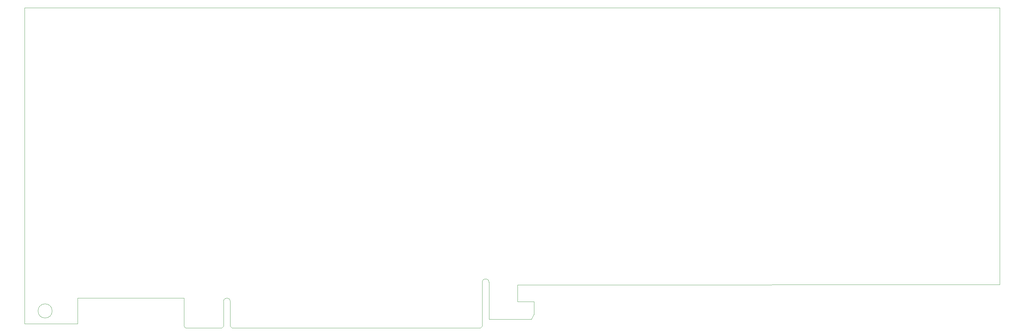
<source format=gbr>
%TF.GenerationSoftware,KiCad,Pcbnew,8.0.0*%
%TF.CreationDate,2025-01-27T00:28:36-06:00*%
%TF.ProjectId,inductor_board,696e6475-6374-46f7-925f-626f6172642e,rev?*%
%TF.SameCoordinates,Original*%
%TF.FileFunction,Profile,NP*%
%FSLAX46Y46*%
G04 Gerber Fmt 4.6, Leading zero omitted, Abs format (unit mm)*
G04 Created by KiCad (PCBNEW 8.0.0) date 2025-01-27 00:28:36*
%MOMM*%
%LPD*%
G01*
G04 APERTURE LIST*
%TA.AperFunction,Profile*%
%ADD10C,0.050000*%
%TD*%
%TA.AperFunction,Profile*%
%ADD11C,0.100000*%
%TD*%
G04 APERTURE END LIST*
D10*
X251571240Y-240285500D02*
X255181240Y-240285500D01*
D11*
X341381240Y-235785500D02*
X341381240Y-246285500D01*
D10*
X217971240Y-243905500D02*
G75*
G02*
X213971240Y-243905500I-2000000J0D01*
G01*
X213971240Y-243905500D02*
G75*
G02*
X217971240Y-243905500I2000000J0D01*
G01*
X210171240Y-242075500D02*
X210171240Y-247525500D01*
D11*
X339481240Y-240285500D02*
X339481240Y-235785500D01*
X354081240Y-241285500D02*
X349433040Y-241285500D01*
D10*
X210171240Y-242075500D02*
X210171240Y-158075500D01*
X355881240Y-236486755D02*
X485671240Y-236475500D01*
D11*
X339481240Y-235785500D02*
G75*
G02*
X341381240Y-235785500I950000J0D01*
G01*
X354081240Y-244795500D02*
X354081240Y-241285500D01*
D10*
X485671240Y-158075500D02*
X485671240Y-236475500D01*
D11*
X349433040Y-241285500D02*
X349433040Y-236485500D01*
D10*
X210171240Y-158075500D02*
X485671240Y-158075500D01*
D11*
X225171240Y-247525500D02*
X225171240Y-240285500D01*
X354081240Y-244795500D02*
X353321240Y-246285500D01*
X251571240Y-240285500D02*
X225171240Y-240285500D01*
X210171240Y-247525500D02*
X225171240Y-247525500D01*
X353321240Y-246285500D02*
X341381240Y-246285500D01*
X349433040Y-236486755D02*
X355881240Y-236486755D01*
%TO.C,E1*%
X255181240Y-240285500D02*
X255181240Y-248185500D01*
X255181240Y-248185500D02*
X255681240Y-248685500D01*
X255681240Y-248685500D02*
X265881240Y-248685500D01*
X266381240Y-241235500D02*
X266381240Y-248185500D01*
X266381240Y-248185500D02*
X265881240Y-248685500D01*
X268281240Y-241235500D02*
X268281240Y-248185500D01*
X268281240Y-248185500D02*
X268781240Y-248685500D01*
X268781240Y-248685500D02*
X338981240Y-248685500D01*
X339481240Y-240285500D02*
X339481240Y-248185500D01*
X339481240Y-248185500D02*
X338981240Y-248685500D01*
X266381240Y-241235500D02*
G75*
G02*
X268281240Y-241235500I950000J0D01*
G01*
%TD*%
M02*

</source>
